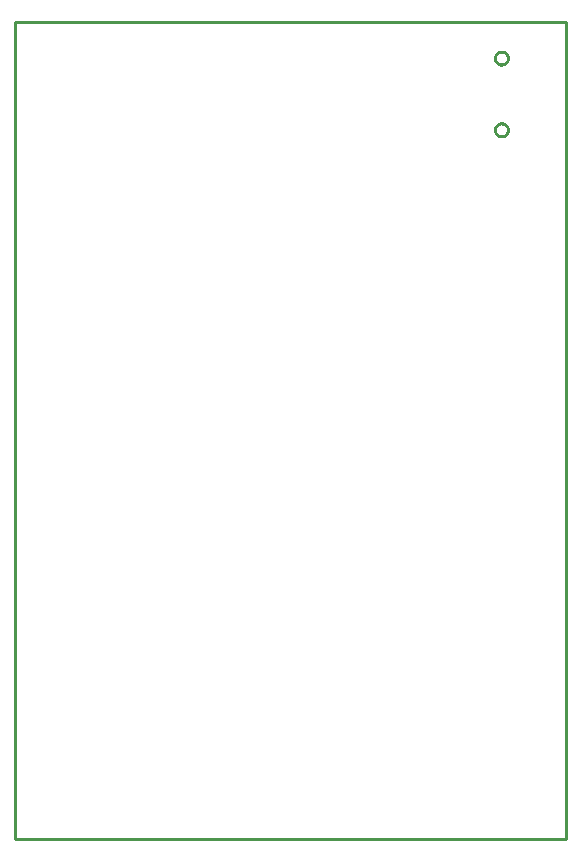
<source format=gbr>
G04 EAGLE Gerber X2 export*
%TF.Part,Single*%
%TF.FileFunction,Profile,NP*%
%TF.FilePolarity,Positive*%
%TF.GenerationSoftware,Autodesk,EAGLE,8.7.1*%
%TF.CreationDate,2021-04-30T08:45:36Z*%
G75*
%MOMM*%
%FSLAX34Y34*%
%LPD*%
%AMOC8*
5,1,8,0,0,1.08239X$1,22.5*%
G01*
%ADD10C,0.254000*%


D10*
X273050Y63500D02*
X739650Y63500D01*
X739650Y755550D01*
X273050Y755550D01*
X273050Y63500D01*
X690030Y724353D02*
X689961Y723739D01*
X689823Y723137D01*
X689619Y722554D01*
X689351Y721997D01*
X689023Y721474D01*
X688638Y720991D01*
X688201Y720555D01*
X687718Y720169D01*
X687195Y719841D01*
X686638Y719573D01*
X686055Y719369D01*
X685453Y719231D01*
X684839Y719162D01*
X684221Y719162D01*
X683607Y719231D01*
X683005Y719369D01*
X682422Y719573D01*
X681865Y719841D01*
X681342Y720169D01*
X680859Y720555D01*
X680423Y720991D01*
X680037Y721474D01*
X679709Y721997D01*
X679441Y722554D01*
X679237Y723137D01*
X679099Y723739D01*
X679030Y724353D01*
X679030Y724971D01*
X679099Y725585D01*
X679237Y726187D01*
X679441Y726770D01*
X679709Y727327D01*
X680037Y727850D01*
X680423Y728333D01*
X680859Y728770D01*
X681342Y729155D01*
X681865Y729483D01*
X682422Y729751D01*
X683005Y729955D01*
X683607Y730093D01*
X684221Y730162D01*
X684839Y730162D01*
X685453Y730093D01*
X686055Y729955D01*
X686638Y729751D01*
X687195Y729483D01*
X687718Y729155D01*
X688201Y728770D01*
X688638Y728333D01*
X689023Y727850D01*
X689351Y727327D01*
X689619Y726770D01*
X689823Y726187D01*
X689961Y725585D01*
X690030Y724971D01*
X690030Y724353D01*
X690030Y663591D02*
X689961Y662977D01*
X689823Y662375D01*
X689619Y661792D01*
X689351Y661235D01*
X689023Y660712D01*
X688638Y660229D01*
X688201Y659793D01*
X687718Y659407D01*
X687195Y659079D01*
X686638Y658811D01*
X686055Y658607D01*
X685453Y658469D01*
X684839Y658400D01*
X684221Y658400D01*
X683607Y658469D01*
X683005Y658607D01*
X682422Y658811D01*
X681865Y659079D01*
X681342Y659407D01*
X680859Y659793D01*
X680423Y660229D01*
X680037Y660712D01*
X679709Y661235D01*
X679441Y661792D01*
X679237Y662375D01*
X679099Y662977D01*
X679030Y663591D01*
X679030Y664209D01*
X679099Y664823D01*
X679237Y665425D01*
X679441Y666008D01*
X679709Y666565D01*
X680037Y667088D01*
X680423Y667571D01*
X680859Y668008D01*
X681342Y668393D01*
X681865Y668721D01*
X682422Y668989D01*
X683005Y669193D01*
X683607Y669331D01*
X684221Y669400D01*
X684839Y669400D01*
X685453Y669331D01*
X686055Y669193D01*
X686638Y668989D01*
X687195Y668721D01*
X687718Y668393D01*
X688201Y668008D01*
X688638Y667571D01*
X689023Y667088D01*
X689351Y666565D01*
X689619Y666008D01*
X689823Y665425D01*
X689961Y664823D01*
X690030Y664209D01*
X690030Y663591D01*
M02*

</source>
